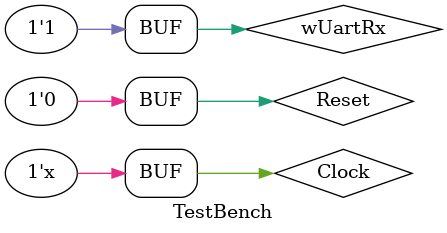
<source format=v>
`timescale 1ns / 1ps


module TestBench;

	// Inputs
	reg Clock;
	reg Reset;

	// Outputs
	wire [7:0] oLed;
	reg wUartTx,wUartRx;

	// Instantiate the Unit Under Test (UUT)
	MiniAlu uut (
		.Clock(Clock), 
		.Reset(Reset), 
		.oUartTx(wUartTx),
		.iUartRx(wUartRx),
		.oLed(oLed)
	);
	
	always
	begin
		//#(31.25/2)  Clock =  ! Clock;	//32Mhz
		#5  Clock =  ! Clock;	//32Mhz

	end

	initial begin
		// Initialize Inputs
		Clock = 0;
		Reset = 0;

		// Wait 100 ns for global reset to finish
		#100;
		Reset = 1;
		wUartRx = 0;
		#50
		
		Reset = 0;
		#50
		#50
		#50
		#50
		#50
		#50
		wUartRx = 1;
		#50
		wUartRx = 0 ;
		#50
		wUartRx = 1;
        
		// Add stimulus here

	end
      
endmodule


</source>
